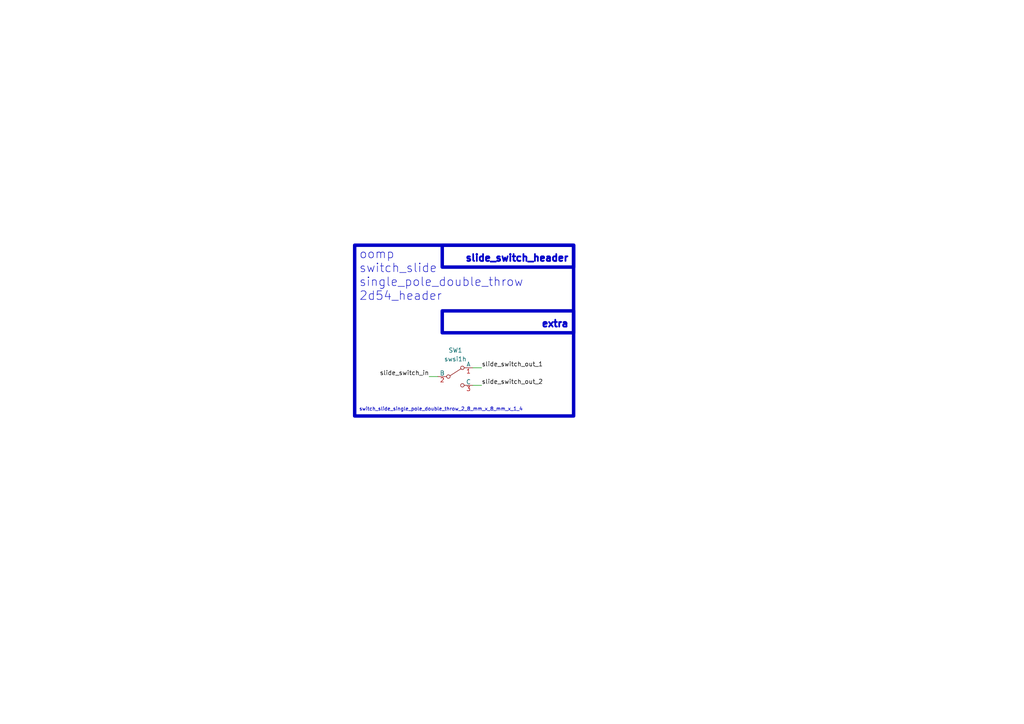
<source format=kicad_sch>
(kicad_sch (version 20230121) (generator eeschema)
  (paper "A4")
  (lib_symbols
    (symbol "oomlout_oomp_part_symbols:swsi1h_electronic_switch_slide_2d54_header_single_pole_double_throw" (pin_names (offset 0))
      (property "Reference" "J" (at 0 4.318 0))
      (property "Value" "swsi1h_electronic_switch_slide_2d54_header_single_pole_double_throw" (at 0 -5.08 0))
      (symbol "swsi1h_electronic_switch_slide_2d54_header_single_pole_double_throw_0_0"
        (circle (center -2.032 0) (radius 0.508))
        (circle (center 2.032 -2.54) (radius 0.508))
      )
      (symbol "swsi1h_electronic_switch_slide_2d54_header_single_pole_double_throw_0_1"
        (polyline (pts (xy -1.524 0.254) (xy 1.651 2.286)))
        (circle (center 2.032 2.54) (radius 0.508))
      )
      (symbol "swsi1h_electronic_switch_slide_2d54_header_single_pole_double_throw_1_1"
        (pin passive line (at 5.08 2.54 180) (length 2.54) (name "A") (number "1"))
        (pin passive line (at -5.08 0 0) (length 2.54) (name "B") (number "2"))
        (pin passive line (at 5.08 -2.54 180) (length 2.54) (name "C") (number "3"))
      )
    )
  )
  (wire (pts (xy 137.16 111.76) (xy 139.7 111.76)))
  (wire (pts (xy 137.16 106.68) (xy 139.7 106.68)))
  (wire (pts (xy 124.46 109.22) (xy 127 109.22)))
  (rectangle (start 102.87 71.12) (end 166.37 120.65) (stroke (width 1)))
  (rectangle (start 151.13 219.71) (end 151.13 219.71))
  (rectangle (start 128.27 90.17) (end 166.37 96.52) (stroke (width 1)))
  (rectangle (start 147.32 234.95) (end 147.32 234.95))
  (rectangle (start 128.27 71.12) (end 166.37 77.47) (stroke (width 1)))
  (text "oomp\nswitch_slide\nsingle_pole_double_throw\n2d54_header\n\n" (at 104.14 91.44 0) (effects (font (size 2.5 2.5)) (justify left bottom)))
  (text "extra" (at 165.1 95.25 0) (effects (font (size 2 2) (thickness 0.8) bold) (justify right bottom)))
  (text "slide_switch_header" (at 165.1 76.2 0) (effects (font (size 2 2) (thickness 0.8) bold) (justify right bottom)))
  (text "switch_slide_single_pole_double_throw_2_8_mm_x_8_mm_x_1_4" (at 104.14 119.38 0) (effects (font (size 1 1)) (justify left bottom)))
  (label "slide_switch_in" (at 124.46 109.22 180))
  (label "slide_switch_out_2" (at 139.7 111.76 0))
  (label "slide_switch_out_1" (at 139.7 106.68 0))
  (symbol (lib_id "oomlout_oomp_part_symbols:swsi1h_electronic_switch_slide_2d54_header_single_pole_double_throw") (at 132.08 109.22 0) (unit 1)
    (property "Reference" "SW1" (at 132.08 101.6 0))
    (property "Value" "swsi1h" (at 132.08 104.14 0))
    (property "Footprint" "oomlout_oomp_part_footprints:swsi1h_electronic_switch_slide_2d54_header_single_pole_double_throw" (effects hide))
    (property "Datasheet" "https://github.com/oomlout/oomlout_oomp_v3/parts/electronic_switch_slide_2d54_header_single_pole_double_throw/datasheet.pdf" (effects hide))
  )
)
</source>
